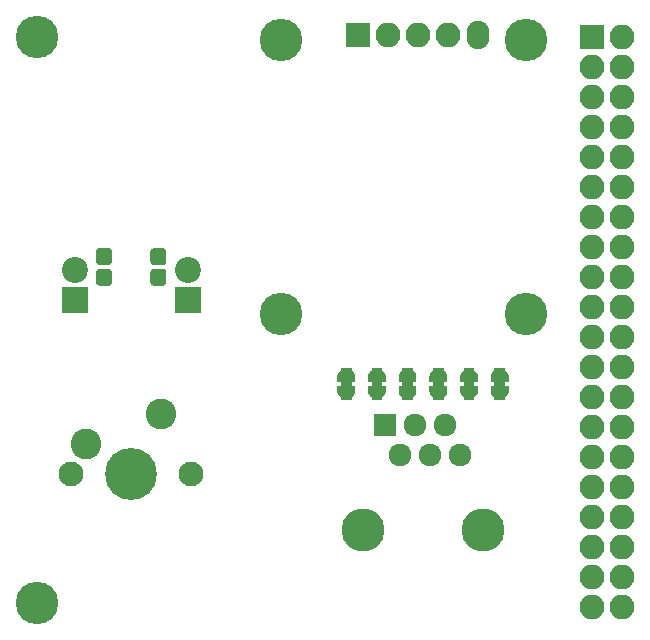
<source format=gbs>
G04 #@! TF.GenerationSoftware,KiCad,Pcbnew,5.0-dev-unknown-9241a39~61~ubuntu17.10.1*
G04 #@! TF.CreationDate,2018-07-25T16:03:07+02:00*
G04 #@! TF.ProjectId,tag-connect-hat,7461672D636F6E6E6563742D6861742E,rev?*
G04 #@! TF.SameCoordinates,Original*
G04 #@! TF.FileFunction,Soldermask,Bot*
G04 #@! TF.FilePolarity,Negative*
%FSLAX46Y46*%
G04 Gerber Fmt 4.6, Leading zero omitted, Abs format (unit mm)*
G04 Created by KiCad (PCBNEW 5.0-dev-unknown-9241a39~61~ubuntu17.10.1) date Wed Jul 25 16:03:07 2018*
%MOMM*%
%LPD*%
G01*
G04 APERTURE LIST*
%ADD10C,3.600000*%
%ADD11R,2.100000X2.100000*%
%ADD12O,2.100000X2.100000*%
%ADD13O,1.920000X2.400000*%
%ADD14R,2.200000X2.200000*%
%ADD15C,2.200000*%
%ADD16C,0.100000*%
%ADD17C,1.350000*%
%ADD18C,2.600000*%
%ADD19C,4.400000*%
%ADD20C,2.100000*%
%ADD21C,3.650000*%
%ADD22C,1.920000*%
%ADD23R,1.920000X1.920000*%
%ADD24C,0.900000*%
G04 APERTURE END LIST*
D10*
X78000000Y-149000000D03*
D11*
X105200000Y-100900000D03*
D12*
X107740000Y-100900000D03*
X110280000Y-100900000D03*
X112820000Y-100900000D03*
D13*
X115360000Y-100900000D03*
D10*
X98700000Y-101250000D03*
X119400000Y-124450000D03*
X98700000Y-124450000D03*
X119400000Y-101250000D03*
D14*
X81200000Y-123300000D03*
D15*
X81200000Y-120760000D03*
X90800000Y-120760000D03*
D14*
X90800000Y-123300000D03*
D16*
G36*
X84070581Y-120651625D02*
X84103343Y-120656485D01*
X84135471Y-120664533D01*
X84166656Y-120675691D01*
X84196596Y-120689852D01*
X84225005Y-120706879D01*
X84251608Y-120726609D01*
X84276149Y-120748851D01*
X84298391Y-120773392D01*
X84318121Y-120799995D01*
X84335148Y-120828404D01*
X84349309Y-120858344D01*
X84360467Y-120889529D01*
X84368515Y-120921657D01*
X84373375Y-120954419D01*
X84375000Y-120987500D01*
X84375000Y-121762500D01*
X84373375Y-121795581D01*
X84368515Y-121828343D01*
X84360467Y-121860471D01*
X84349309Y-121891656D01*
X84335148Y-121921596D01*
X84318121Y-121950005D01*
X84298391Y-121976608D01*
X84276149Y-122001149D01*
X84251608Y-122023391D01*
X84225005Y-122043121D01*
X84196596Y-122060148D01*
X84166656Y-122074309D01*
X84135471Y-122085467D01*
X84103343Y-122093515D01*
X84070581Y-122098375D01*
X84037500Y-122100000D01*
X83362500Y-122100000D01*
X83329419Y-122098375D01*
X83296657Y-122093515D01*
X83264529Y-122085467D01*
X83233344Y-122074309D01*
X83203404Y-122060148D01*
X83174995Y-122043121D01*
X83148392Y-122023391D01*
X83123851Y-122001149D01*
X83101609Y-121976608D01*
X83081879Y-121950005D01*
X83064852Y-121921596D01*
X83050691Y-121891656D01*
X83039533Y-121860471D01*
X83031485Y-121828343D01*
X83026625Y-121795581D01*
X83025000Y-121762500D01*
X83025000Y-120987500D01*
X83026625Y-120954419D01*
X83031485Y-120921657D01*
X83039533Y-120889529D01*
X83050691Y-120858344D01*
X83064852Y-120828404D01*
X83081879Y-120799995D01*
X83101609Y-120773392D01*
X83123851Y-120748851D01*
X83148392Y-120726609D01*
X83174995Y-120706879D01*
X83203404Y-120689852D01*
X83233344Y-120675691D01*
X83264529Y-120664533D01*
X83296657Y-120656485D01*
X83329419Y-120651625D01*
X83362500Y-120650000D01*
X84037500Y-120650000D01*
X84070581Y-120651625D01*
X84070581Y-120651625D01*
G37*
D17*
X83700000Y-121375000D03*
D16*
G36*
X84070581Y-118901625D02*
X84103343Y-118906485D01*
X84135471Y-118914533D01*
X84166656Y-118925691D01*
X84196596Y-118939852D01*
X84225005Y-118956879D01*
X84251608Y-118976609D01*
X84276149Y-118998851D01*
X84298391Y-119023392D01*
X84318121Y-119049995D01*
X84335148Y-119078404D01*
X84349309Y-119108344D01*
X84360467Y-119139529D01*
X84368515Y-119171657D01*
X84373375Y-119204419D01*
X84375000Y-119237500D01*
X84375000Y-120012500D01*
X84373375Y-120045581D01*
X84368515Y-120078343D01*
X84360467Y-120110471D01*
X84349309Y-120141656D01*
X84335148Y-120171596D01*
X84318121Y-120200005D01*
X84298391Y-120226608D01*
X84276149Y-120251149D01*
X84251608Y-120273391D01*
X84225005Y-120293121D01*
X84196596Y-120310148D01*
X84166656Y-120324309D01*
X84135471Y-120335467D01*
X84103343Y-120343515D01*
X84070581Y-120348375D01*
X84037500Y-120350000D01*
X83362500Y-120350000D01*
X83329419Y-120348375D01*
X83296657Y-120343515D01*
X83264529Y-120335467D01*
X83233344Y-120324309D01*
X83203404Y-120310148D01*
X83174995Y-120293121D01*
X83148392Y-120273391D01*
X83123851Y-120251149D01*
X83101609Y-120226608D01*
X83081879Y-120200005D01*
X83064852Y-120171596D01*
X83050691Y-120141656D01*
X83039533Y-120110471D01*
X83031485Y-120078343D01*
X83026625Y-120045581D01*
X83025000Y-120012500D01*
X83025000Y-119237500D01*
X83026625Y-119204419D01*
X83031485Y-119171657D01*
X83039533Y-119139529D01*
X83050691Y-119108344D01*
X83064852Y-119078404D01*
X83081879Y-119049995D01*
X83101609Y-119023392D01*
X83123851Y-118998851D01*
X83148392Y-118976609D01*
X83174995Y-118956879D01*
X83203404Y-118939852D01*
X83233344Y-118925691D01*
X83264529Y-118914533D01*
X83296657Y-118906485D01*
X83329419Y-118901625D01*
X83362500Y-118900000D01*
X84037500Y-118900000D01*
X84070581Y-118901625D01*
X84070581Y-118901625D01*
G37*
D17*
X83700000Y-119625000D03*
D16*
G36*
X88670581Y-118901625D02*
X88703343Y-118906485D01*
X88735471Y-118914533D01*
X88766656Y-118925691D01*
X88796596Y-118939852D01*
X88825005Y-118956879D01*
X88851608Y-118976609D01*
X88876149Y-118998851D01*
X88898391Y-119023392D01*
X88918121Y-119049995D01*
X88935148Y-119078404D01*
X88949309Y-119108344D01*
X88960467Y-119139529D01*
X88968515Y-119171657D01*
X88973375Y-119204419D01*
X88975000Y-119237500D01*
X88975000Y-120012500D01*
X88973375Y-120045581D01*
X88968515Y-120078343D01*
X88960467Y-120110471D01*
X88949309Y-120141656D01*
X88935148Y-120171596D01*
X88918121Y-120200005D01*
X88898391Y-120226608D01*
X88876149Y-120251149D01*
X88851608Y-120273391D01*
X88825005Y-120293121D01*
X88796596Y-120310148D01*
X88766656Y-120324309D01*
X88735471Y-120335467D01*
X88703343Y-120343515D01*
X88670581Y-120348375D01*
X88637500Y-120350000D01*
X87962500Y-120350000D01*
X87929419Y-120348375D01*
X87896657Y-120343515D01*
X87864529Y-120335467D01*
X87833344Y-120324309D01*
X87803404Y-120310148D01*
X87774995Y-120293121D01*
X87748392Y-120273391D01*
X87723851Y-120251149D01*
X87701609Y-120226608D01*
X87681879Y-120200005D01*
X87664852Y-120171596D01*
X87650691Y-120141656D01*
X87639533Y-120110471D01*
X87631485Y-120078343D01*
X87626625Y-120045581D01*
X87625000Y-120012500D01*
X87625000Y-119237500D01*
X87626625Y-119204419D01*
X87631485Y-119171657D01*
X87639533Y-119139529D01*
X87650691Y-119108344D01*
X87664852Y-119078404D01*
X87681879Y-119049995D01*
X87701609Y-119023392D01*
X87723851Y-118998851D01*
X87748392Y-118976609D01*
X87774995Y-118956879D01*
X87803404Y-118939852D01*
X87833344Y-118925691D01*
X87864529Y-118914533D01*
X87896657Y-118906485D01*
X87929419Y-118901625D01*
X87962500Y-118900000D01*
X88637500Y-118900000D01*
X88670581Y-118901625D01*
X88670581Y-118901625D01*
G37*
D17*
X88300000Y-119625000D03*
D16*
G36*
X88670581Y-120651625D02*
X88703343Y-120656485D01*
X88735471Y-120664533D01*
X88766656Y-120675691D01*
X88796596Y-120689852D01*
X88825005Y-120706879D01*
X88851608Y-120726609D01*
X88876149Y-120748851D01*
X88898391Y-120773392D01*
X88918121Y-120799995D01*
X88935148Y-120828404D01*
X88949309Y-120858344D01*
X88960467Y-120889529D01*
X88968515Y-120921657D01*
X88973375Y-120954419D01*
X88975000Y-120987500D01*
X88975000Y-121762500D01*
X88973375Y-121795581D01*
X88968515Y-121828343D01*
X88960467Y-121860471D01*
X88949309Y-121891656D01*
X88935148Y-121921596D01*
X88918121Y-121950005D01*
X88898391Y-121976608D01*
X88876149Y-122001149D01*
X88851608Y-122023391D01*
X88825005Y-122043121D01*
X88796596Y-122060148D01*
X88766656Y-122074309D01*
X88735471Y-122085467D01*
X88703343Y-122093515D01*
X88670581Y-122098375D01*
X88637500Y-122100000D01*
X87962500Y-122100000D01*
X87929419Y-122098375D01*
X87896657Y-122093515D01*
X87864529Y-122085467D01*
X87833344Y-122074309D01*
X87803404Y-122060148D01*
X87774995Y-122043121D01*
X87748392Y-122023391D01*
X87723851Y-122001149D01*
X87701609Y-121976608D01*
X87681879Y-121950005D01*
X87664852Y-121921596D01*
X87650691Y-121891656D01*
X87639533Y-121860471D01*
X87631485Y-121828343D01*
X87626625Y-121795581D01*
X87625000Y-121762500D01*
X87625000Y-120987500D01*
X87626625Y-120954419D01*
X87631485Y-120921657D01*
X87639533Y-120889529D01*
X87650691Y-120858344D01*
X87664852Y-120828404D01*
X87681879Y-120799995D01*
X87701609Y-120773392D01*
X87723851Y-120748851D01*
X87748392Y-120726609D01*
X87774995Y-120706879D01*
X87803404Y-120689852D01*
X87833344Y-120675691D01*
X87864529Y-120664533D01*
X87896657Y-120656485D01*
X87929419Y-120651625D01*
X87962500Y-120650000D01*
X88637500Y-120650000D01*
X88670581Y-120651625D01*
X88670581Y-120651625D01*
G37*
D17*
X88300000Y-121375000D03*
D18*
X88540000Y-132920000D03*
X82190000Y-135460000D03*
D19*
X86000000Y-138000000D03*
D20*
X80920000Y-138000000D03*
X91080000Y-138000000D03*
D11*
X125000000Y-101000000D03*
D12*
X127540000Y-101000000D03*
X125000000Y-103540000D03*
X127540000Y-103540000D03*
X125000000Y-106080000D03*
X127540000Y-106080000D03*
X125000000Y-108620000D03*
X127540000Y-108620000D03*
X125000000Y-111160000D03*
X127540000Y-111160000D03*
X125000000Y-113700000D03*
X127540000Y-113700000D03*
X125000000Y-116240000D03*
X127540000Y-116240000D03*
X125000000Y-118780000D03*
X127540000Y-118780000D03*
X125000000Y-121320000D03*
X127540000Y-121320000D03*
X125000000Y-123860000D03*
X127540000Y-123860000D03*
X125000000Y-126400000D03*
X127540000Y-126400000D03*
X125000000Y-128940000D03*
X127540000Y-128940000D03*
X125000000Y-131480000D03*
X127540000Y-131480000D03*
X125000000Y-134020000D03*
X127540000Y-134020000D03*
X125000000Y-136560000D03*
X127540000Y-136560000D03*
X125000000Y-139100000D03*
X127540000Y-139100000D03*
X125000000Y-141640000D03*
X127540000Y-141640000D03*
X125000000Y-144180000D03*
X127540000Y-144180000D03*
X125000000Y-146720000D03*
X127540000Y-146720000D03*
X125000000Y-149260000D03*
X127540000Y-149260000D03*
D21*
X115750000Y-142790000D03*
D22*
X113850000Y-136440000D03*
X112580000Y-133900000D03*
X111310000Y-136440000D03*
X110040000Y-133900000D03*
X108770000Y-136440000D03*
D21*
X105590000Y-142790000D03*
D23*
X107500000Y-133900000D03*
D24*
X104200000Y-129750000D03*
D16*
G36*
X103450602Y-129750000D02*
X103450602Y-129725466D01*
X103455412Y-129676635D01*
X103464984Y-129628510D01*
X103479228Y-129581555D01*
X103498005Y-129536222D01*
X103521136Y-129492949D01*
X103548396Y-129452150D01*
X103579524Y-129414221D01*
X103614221Y-129379524D01*
X103652150Y-129348396D01*
X103692949Y-129321136D01*
X103736222Y-129298005D01*
X103750000Y-129292298D01*
X103750000Y-129050000D01*
X104650000Y-129050000D01*
X104650000Y-129292298D01*
X104663778Y-129298005D01*
X104707051Y-129321136D01*
X104747850Y-129348396D01*
X104785779Y-129379524D01*
X104820476Y-129414221D01*
X104851604Y-129452150D01*
X104878864Y-129492949D01*
X104901995Y-129536222D01*
X104920772Y-129581555D01*
X104935016Y-129628510D01*
X104944588Y-129676635D01*
X104949398Y-129725466D01*
X104949398Y-129750000D01*
X104950000Y-129750000D01*
X104950000Y-130250000D01*
X104650000Y-130250000D01*
X104650000Y-130450000D01*
X103750000Y-130450000D01*
X103750000Y-130250000D01*
X103450000Y-130250000D01*
X103450000Y-129750000D01*
X103450602Y-129750000D01*
X103450602Y-129750000D01*
G37*
D24*
X104200000Y-131050000D03*
D16*
G36*
X103750000Y-130550000D02*
X103750000Y-130350000D01*
X104650000Y-130350000D01*
X104650000Y-130550000D01*
X104950000Y-130550000D01*
X104950000Y-131050000D01*
X104949398Y-131050000D01*
X104949398Y-131074534D01*
X104944588Y-131123365D01*
X104935016Y-131171490D01*
X104920772Y-131218445D01*
X104901995Y-131263778D01*
X104878864Y-131307051D01*
X104851604Y-131347850D01*
X104820476Y-131385779D01*
X104785779Y-131420476D01*
X104747850Y-131451604D01*
X104707051Y-131478864D01*
X104663778Y-131501995D01*
X104650000Y-131507702D01*
X104650000Y-131750000D01*
X103750000Y-131750000D01*
X103750000Y-131507702D01*
X103736222Y-131501995D01*
X103692949Y-131478864D01*
X103652150Y-131451604D01*
X103614221Y-131420476D01*
X103579524Y-131385779D01*
X103548396Y-131347850D01*
X103521136Y-131307051D01*
X103498005Y-131263778D01*
X103479228Y-131218445D01*
X103464984Y-131171490D01*
X103455412Y-131123365D01*
X103450602Y-131074534D01*
X103450602Y-131050000D01*
X103450000Y-131050000D01*
X103450000Y-130550000D01*
X103750000Y-130550000D01*
X103750000Y-130550000D01*
G37*
D24*
X106800000Y-131050000D03*
D16*
G36*
X106350000Y-130550000D02*
X106350000Y-130350000D01*
X107250000Y-130350000D01*
X107250000Y-130550000D01*
X107550000Y-130550000D01*
X107550000Y-131050000D01*
X107549398Y-131050000D01*
X107549398Y-131074534D01*
X107544588Y-131123365D01*
X107535016Y-131171490D01*
X107520772Y-131218445D01*
X107501995Y-131263778D01*
X107478864Y-131307051D01*
X107451604Y-131347850D01*
X107420476Y-131385779D01*
X107385779Y-131420476D01*
X107347850Y-131451604D01*
X107307051Y-131478864D01*
X107263778Y-131501995D01*
X107250000Y-131507702D01*
X107250000Y-131750000D01*
X106350000Y-131750000D01*
X106350000Y-131507702D01*
X106336222Y-131501995D01*
X106292949Y-131478864D01*
X106252150Y-131451604D01*
X106214221Y-131420476D01*
X106179524Y-131385779D01*
X106148396Y-131347850D01*
X106121136Y-131307051D01*
X106098005Y-131263778D01*
X106079228Y-131218445D01*
X106064984Y-131171490D01*
X106055412Y-131123365D01*
X106050602Y-131074534D01*
X106050602Y-131050000D01*
X106050000Y-131050000D01*
X106050000Y-130550000D01*
X106350000Y-130550000D01*
X106350000Y-130550000D01*
G37*
D24*
X106800000Y-129750000D03*
D16*
G36*
X106050602Y-129750000D02*
X106050602Y-129725466D01*
X106055412Y-129676635D01*
X106064984Y-129628510D01*
X106079228Y-129581555D01*
X106098005Y-129536222D01*
X106121136Y-129492949D01*
X106148396Y-129452150D01*
X106179524Y-129414221D01*
X106214221Y-129379524D01*
X106252150Y-129348396D01*
X106292949Y-129321136D01*
X106336222Y-129298005D01*
X106350000Y-129292298D01*
X106350000Y-129050000D01*
X107250000Y-129050000D01*
X107250000Y-129292298D01*
X107263778Y-129298005D01*
X107307051Y-129321136D01*
X107347850Y-129348396D01*
X107385779Y-129379524D01*
X107420476Y-129414221D01*
X107451604Y-129452150D01*
X107478864Y-129492949D01*
X107501995Y-129536222D01*
X107520772Y-129581555D01*
X107535016Y-129628510D01*
X107544588Y-129676635D01*
X107549398Y-129725466D01*
X107549398Y-129750000D01*
X107550000Y-129750000D01*
X107550000Y-130250000D01*
X107250000Y-130250000D01*
X107250000Y-130450000D01*
X106350000Y-130450000D01*
X106350000Y-130250000D01*
X106050000Y-130250000D01*
X106050000Y-129750000D01*
X106050602Y-129750000D01*
X106050602Y-129750000D01*
G37*
D24*
X109400000Y-131050000D03*
D16*
G36*
X108950000Y-130550000D02*
X108950000Y-130350000D01*
X109850000Y-130350000D01*
X109850000Y-130550000D01*
X110150000Y-130550000D01*
X110150000Y-131050000D01*
X110149398Y-131050000D01*
X110149398Y-131074534D01*
X110144588Y-131123365D01*
X110135016Y-131171490D01*
X110120772Y-131218445D01*
X110101995Y-131263778D01*
X110078864Y-131307051D01*
X110051604Y-131347850D01*
X110020476Y-131385779D01*
X109985779Y-131420476D01*
X109947850Y-131451604D01*
X109907051Y-131478864D01*
X109863778Y-131501995D01*
X109850000Y-131507702D01*
X109850000Y-131750000D01*
X108950000Y-131750000D01*
X108950000Y-131507702D01*
X108936222Y-131501995D01*
X108892949Y-131478864D01*
X108852150Y-131451604D01*
X108814221Y-131420476D01*
X108779524Y-131385779D01*
X108748396Y-131347850D01*
X108721136Y-131307051D01*
X108698005Y-131263778D01*
X108679228Y-131218445D01*
X108664984Y-131171490D01*
X108655412Y-131123365D01*
X108650602Y-131074534D01*
X108650602Y-131050000D01*
X108650000Y-131050000D01*
X108650000Y-130550000D01*
X108950000Y-130550000D01*
X108950000Y-130550000D01*
G37*
D24*
X109400000Y-129750000D03*
D16*
G36*
X108650602Y-129750000D02*
X108650602Y-129725466D01*
X108655412Y-129676635D01*
X108664984Y-129628510D01*
X108679228Y-129581555D01*
X108698005Y-129536222D01*
X108721136Y-129492949D01*
X108748396Y-129452150D01*
X108779524Y-129414221D01*
X108814221Y-129379524D01*
X108852150Y-129348396D01*
X108892949Y-129321136D01*
X108936222Y-129298005D01*
X108950000Y-129292298D01*
X108950000Y-129050000D01*
X109850000Y-129050000D01*
X109850000Y-129292298D01*
X109863778Y-129298005D01*
X109907051Y-129321136D01*
X109947850Y-129348396D01*
X109985779Y-129379524D01*
X110020476Y-129414221D01*
X110051604Y-129452150D01*
X110078864Y-129492949D01*
X110101995Y-129536222D01*
X110120772Y-129581555D01*
X110135016Y-129628510D01*
X110144588Y-129676635D01*
X110149398Y-129725466D01*
X110149398Y-129750000D01*
X110150000Y-129750000D01*
X110150000Y-130250000D01*
X109850000Y-130250000D01*
X109850000Y-130450000D01*
X108950000Y-130450000D01*
X108950000Y-130250000D01*
X108650000Y-130250000D01*
X108650000Y-129750000D01*
X108650602Y-129750000D01*
X108650602Y-129750000D01*
G37*
D24*
X112000000Y-129750000D03*
D16*
G36*
X111250602Y-129750000D02*
X111250602Y-129725466D01*
X111255412Y-129676635D01*
X111264984Y-129628510D01*
X111279228Y-129581555D01*
X111298005Y-129536222D01*
X111321136Y-129492949D01*
X111348396Y-129452150D01*
X111379524Y-129414221D01*
X111414221Y-129379524D01*
X111452150Y-129348396D01*
X111492949Y-129321136D01*
X111536222Y-129298005D01*
X111550000Y-129292298D01*
X111550000Y-129050000D01*
X112450000Y-129050000D01*
X112450000Y-129292298D01*
X112463778Y-129298005D01*
X112507051Y-129321136D01*
X112547850Y-129348396D01*
X112585779Y-129379524D01*
X112620476Y-129414221D01*
X112651604Y-129452150D01*
X112678864Y-129492949D01*
X112701995Y-129536222D01*
X112720772Y-129581555D01*
X112735016Y-129628510D01*
X112744588Y-129676635D01*
X112749398Y-129725466D01*
X112749398Y-129750000D01*
X112750000Y-129750000D01*
X112750000Y-130250000D01*
X112450000Y-130250000D01*
X112450000Y-130450000D01*
X111550000Y-130450000D01*
X111550000Y-130250000D01*
X111250000Y-130250000D01*
X111250000Y-129750000D01*
X111250602Y-129750000D01*
X111250602Y-129750000D01*
G37*
D24*
X112000000Y-131050000D03*
D16*
G36*
X111550000Y-130550000D02*
X111550000Y-130350000D01*
X112450000Y-130350000D01*
X112450000Y-130550000D01*
X112750000Y-130550000D01*
X112750000Y-131050000D01*
X112749398Y-131050000D01*
X112749398Y-131074534D01*
X112744588Y-131123365D01*
X112735016Y-131171490D01*
X112720772Y-131218445D01*
X112701995Y-131263778D01*
X112678864Y-131307051D01*
X112651604Y-131347850D01*
X112620476Y-131385779D01*
X112585779Y-131420476D01*
X112547850Y-131451604D01*
X112507051Y-131478864D01*
X112463778Y-131501995D01*
X112450000Y-131507702D01*
X112450000Y-131750000D01*
X111550000Y-131750000D01*
X111550000Y-131507702D01*
X111536222Y-131501995D01*
X111492949Y-131478864D01*
X111452150Y-131451604D01*
X111414221Y-131420476D01*
X111379524Y-131385779D01*
X111348396Y-131347850D01*
X111321136Y-131307051D01*
X111298005Y-131263778D01*
X111279228Y-131218445D01*
X111264984Y-131171490D01*
X111255412Y-131123365D01*
X111250602Y-131074534D01*
X111250602Y-131050000D01*
X111250000Y-131050000D01*
X111250000Y-130550000D01*
X111550000Y-130550000D01*
X111550000Y-130550000D01*
G37*
D24*
X114600000Y-131050000D03*
D16*
G36*
X114150000Y-130550000D02*
X114150000Y-130350000D01*
X115050000Y-130350000D01*
X115050000Y-130550000D01*
X115350000Y-130550000D01*
X115350000Y-131050000D01*
X115349398Y-131050000D01*
X115349398Y-131074534D01*
X115344588Y-131123365D01*
X115335016Y-131171490D01*
X115320772Y-131218445D01*
X115301995Y-131263778D01*
X115278864Y-131307051D01*
X115251604Y-131347850D01*
X115220476Y-131385779D01*
X115185779Y-131420476D01*
X115147850Y-131451604D01*
X115107051Y-131478864D01*
X115063778Y-131501995D01*
X115050000Y-131507702D01*
X115050000Y-131750000D01*
X114150000Y-131750000D01*
X114150000Y-131507702D01*
X114136222Y-131501995D01*
X114092949Y-131478864D01*
X114052150Y-131451604D01*
X114014221Y-131420476D01*
X113979524Y-131385779D01*
X113948396Y-131347850D01*
X113921136Y-131307051D01*
X113898005Y-131263778D01*
X113879228Y-131218445D01*
X113864984Y-131171490D01*
X113855412Y-131123365D01*
X113850602Y-131074534D01*
X113850602Y-131050000D01*
X113850000Y-131050000D01*
X113850000Y-130550000D01*
X114150000Y-130550000D01*
X114150000Y-130550000D01*
G37*
D24*
X114600000Y-129750000D03*
D16*
G36*
X113850602Y-129750000D02*
X113850602Y-129725466D01*
X113855412Y-129676635D01*
X113864984Y-129628510D01*
X113879228Y-129581555D01*
X113898005Y-129536222D01*
X113921136Y-129492949D01*
X113948396Y-129452150D01*
X113979524Y-129414221D01*
X114014221Y-129379524D01*
X114052150Y-129348396D01*
X114092949Y-129321136D01*
X114136222Y-129298005D01*
X114150000Y-129292298D01*
X114150000Y-129050000D01*
X115050000Y-129050000D01*
X115050000Y-129292298D01*
X115063778Y-129298005D01*
X115107051Y-129321136D01*
X115147850Y-129348396D01*
X115185779Y-129379524D01*
X115220476Y-129414221D01*
X115251604Y-129452150D01*
X115278864Y-129492949D01*
X115301995Y-129536222D01*
X115320772Y-129581555D01*
X115335016Y-129628510D01*
X115344588Y-129676635D01*
X115349398Y-129725466D01*
X115349398Y-129750000D01*
X115350000Y-129750000D01*
X115350000Y-130250000D01*
X115050000Y-130250000D01*
X115050000Y-130450000D01*
X114150000Y-130450000D01*
X114150000Y-130250000D01*
X113850000Y-130250000D01*
X113850000Y-129750000D01*
X113850602Y-129750000D01*
X113850602Y-129750000D01*
G37*
D24*
X117200000Y-129750000D03*
D16*
G36*
X116450602Y-129750000D02*
X116450602Y-129725466D01*
X116455412Y-129676635D01*
X116464984Y-129628510D01*
X116479228Y-129581555D01*
X116498005Y-129536222D01*
X116521136Y-129492949D01*
X116548396Y-129452150D01*
X116579524Y-129414221D01*
X116614221Y-129379524D01*
X116652150Y-129348396D01*
X116692949Y-129321136D01*
X116736222Y-129298005D01*
X116750000Y-129292298D01*
X116750000Y-129050000D01*
X117650000Y-129050000D01*
X117650000Y-129292298D01*
X117663778Y-129298005D01*
X117707051Y-129321136D01*
X117747850Y-129348396D01*
X117785779Y-129379524D01*
X117820476Y-129414221D01*
X117851604Y-129452150D01*
X117878864Y-129492949D01*
X117901995Y-129536222D01*
X117920772Y-129581555D01*
X117935016Y-129628510D01*
X117944588Y-129676635D01*
X117949398Y-129725466D01*
X117949398Y-129750000D01*
X117950000Y-129750000D01*
X117950000Y-130250000D01*
X117650000Y-130250000D01*
X117650000Y-130450000D01*
X116750000Y-130450000D01*
X116750000Y-130250000D01*
X116450000Y-130250000D01*
X116450000Y-129750000D01*
X116450602Y-129750000D01*
X116450602Y-129750000D01*
G37*
D24*
X117200000Y-131050000D03*
D16*
G36*
X116750000Y-130550000D02*
X116750000Y-130350000D01*
X117650000Y-130350000D01*
X117650000Y-130550000D01*
X117950000Y-130550000D01*
X117950000Y-131050000D01*
X117949398Y-131050000D01*
X117949398Y-131074534D01*
X117944588Y-131123365D01*
X117935016Y-131171490D01*
X117920772Y-131218445D01*
X117901995Y-131263778D01*
X117878864Y-131307051D01*
X117851604Y-131347850D01*
X117820476Y-131385779D01*
X117785779Y-131420476D01*
X117747850Y-131451604D01*
X117707051Y-131478864D01*
X117663778Y-131501995D01*
X117650000Y-131507702D01*
X117650000Y-131750000D01*
X116750000Y-131750000D01*
X116750000Y-131507702D01*
X116736222Y-131501995D01*
X116692949Y-131478864D01*
X116652150Y-131451604D01*
X116614221Y-131420476D01*
X116579524Y-131385779D01*
X116548396Y-131347850D01*
X116521136Y-131307051D01*
X116498005Y-131263778D01*
X116479228Y-131218445D01*
X116464984Y-131171490D01*
X116455412Y-131123365D01*
X116450602Y-131074534D01*
X116450602Y-131050000D01*
X116450000Y-131050000D01*
X116450000Y-130550000D01*
X116750000Y-130550000D01*
X116750000Y-130550000D01*
G37*
D10*
X78000000Y-101000000D03*
M02*

</source>
